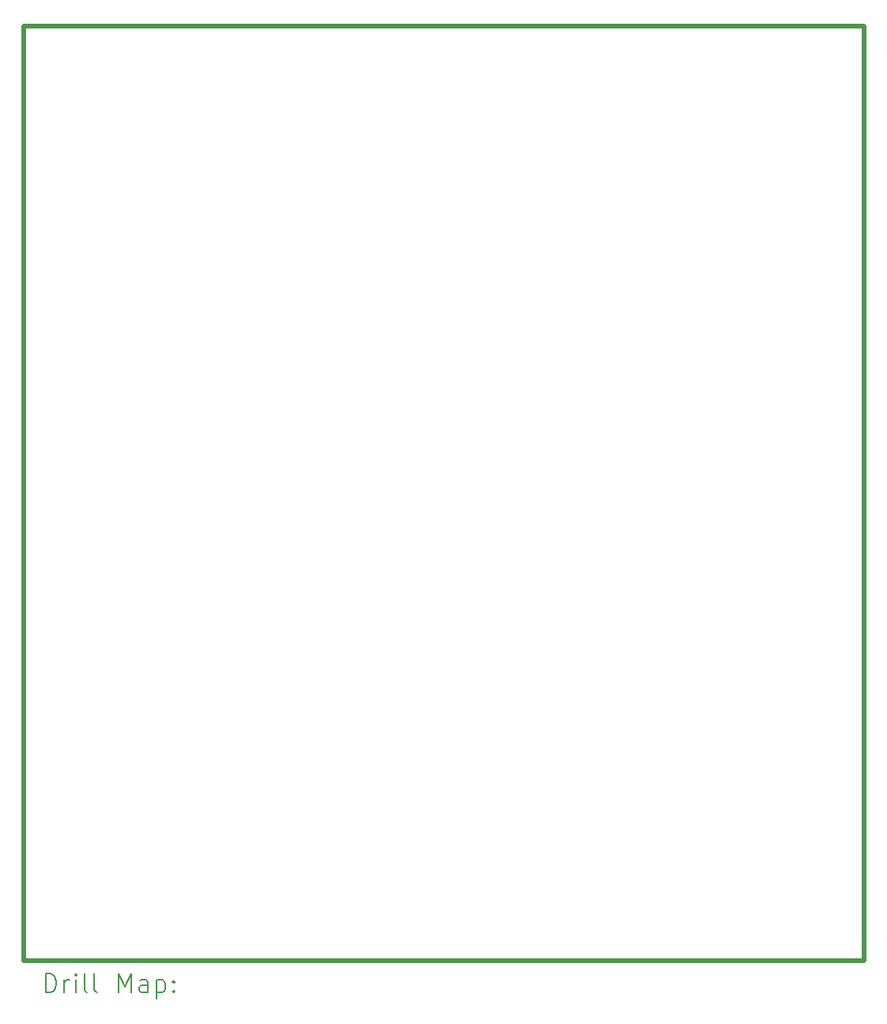
<source format=gbr>
%TF.GenerationSoftware,KiCad,Pcbnew,7.0.5-7.0.5~ubuntu20.04.1*%
%TF.CreationDate,2023-08-01T16:37:57-03:00*%
%TF.ProjectId,condicionamento_BIA_v02,636f6e64-6963-4696-9f6e-616d656e746f,v01*%
%TF.SameCoordinates,Original*%
%TF.FileFunction,Drillmap*%
%TF.FilePolarity,Positive*%
%FSLAX45Y45*%
G04 Gerber Fmt 4.5, Leading zero omitted, Abs format (unit mm)*
G04 Created by KiCad (PCBNEW 7.0.5-7.0.5~ubuntu20.04.1) date 2023-08-01 16:37:57*
%MOMM*%
%LPD*%
G01*
G04 APERTURE LIST*
%ADD10C,0.500000*%
%ADD11C,0.200000*%
G04 APERTURE END LIST*
D10*
X19160000Y-5080000D02*
X10160000Y-5080000D01*
X19160000Y-15080000D02*
X19160000Y-5080000D01*
X19159982Y-15079980D02*
X10160000Y-15079980D01*
X10160000Y-5080000D02*
X10160000Y-15079980D01*
D11*
X10395777Y-15416484D02*
X10395777Y-15216484D01*
X10395777Y-15216484D02*
X10443396Y-15216484D01*
X10443396Y-15216484D02*
X10471967Y-15226008D01*
X10471967Y-15226008D02*
X10491015Y-15245055D01*
X10491015Y-15245055D02*
X10500539Y-15264103D01*
X10500539Y-15264103D02*
X10510063Y-15302198D01*
X10510063Y-15302198D02*
X10510063Y-15330769D01*
X10510063Y-15330769D02*
X10500539Y-15368865D01*
X10500539Y-15368865D02*
X10491015Y-15387912D01*
X10491015Y-15387912D02*
X10471967Y-15406960D01*
X10471967Y-15406960D02*
X10443396Y-15416484D01*
X10443396Y-15416484D02*
X10395777Y-15416484D01*
X10595777Y-15416484D02*
X10595777Y-15283150D01*
X10595777Y-15321246D02*
X10605301Y-15302198D01*
X10605301Y-15302198D02*
X10614824Y-15292674D01*
X10614824Y-15292674D02*
X10633872Y-15283150D01*
X10633872Y-15283150D02*
X10652920Y-15283150D01*
X10719586Y-15416484D02*
X10719586Y-15283150D01*
X10719586Y-15216484D02*
X10710063Y-15226008D01*
X10710063Y-15226008D02*
X10719586Y-15235531D01*
X10719586Y-15235531D02*
X10729110Y-15226008D01*
X10729110Y-15226008D02*
X10719586Y-15216484D01*
X10719586Y-15216484D02*
X10719586Y-15235531D01*
X10843396Y-15416484D02*
X10824348Y-15406960D01*
X10824348Y-15406960D02*
X10814824Y-15387912D01*
X10814824Y-15387912D02*
X10814824Y-15216484D01*
X10948158Y-15416484D02*
X10929110Y-15406960D01*
X10929110Y-15406960D02*
X10919586Y-15387912D01*
X10919586Y-15387912D02*
X10919586Y-15216484D01*
X11176729Y-15416484D02*
X11176729Y-15216484D01*
X11176729Y-15216484D02*
X11243396Y-15359341D01*
X11243396Y-15359341D02*
X11310062Y-15216484D01*
X11310062Y-15216484D02*
X11310062Y-15416484D01*
X11491015Y-15416484D02*
X11491015Y-15311722D01*
X11491015Y-15311722D02*
X11481491Y-15292674D01*
X11481491Y-15292674D02*
X11462443Y-15283150D01*
X11462443Y-15283150D02*
X11424348Y-15283150D01*
X11424348Y-15283150D02*
X11405301Y-15292674D01*
X11491015Y-15406960D02*
X11471967Y-15416484D01*
X11471967Y-15416484D02*
X11424348Y-15416484D01*
X11424348Y-15416484D02*
X11405301Y-15406960D01*
X11405301Y-15406960D02*
X11395777Y-15387912D01*
X11395777Y-15387912D02*
X11395777Y-15368865D01*
X11395777Y-15368865D02*
X11405301Y-15349817D01*
X11405301Y-15349817D02*
X11424348Y-15340293D01*
X11424348Y-15340293D02*
X11471967Y-15340293D01*
X11471967Y-15340293D02*
X11491015Y-15330769D01*
X11586253Y-15283150D02*
X11586253Y-15483150D01*
X11586253Y-15292674D02*
X11605301Y-15283150D01*
X11605301Y-15283150D02*
X11643396Y-15283150D01*
X11643396Y-15283150D02*
X11662443Y-15292674D01*
X11662443Y-15292674D02*
X11671967Y-15302198D01*
X11671967Y-15302198D02*
X11681491Y-15321246D01*
X11681491Y-15321246D02*
X11681491Y-15378388D01*
X11681491Y-15378388D02*
X11671967Y-15397436D01*
X11671967Y-15397436D02*
X11662443Y-15406960D01*
X11662443Y-15406960D02*
X11643396Y-15416484D01*
X11643396Y-15416484D02*
X11605301Y-15416484D01*
X11605301Y-15416484D02*
X11586253Y-15406960D01*
X11767205Y-15397436D02*
X11776729Y-15406960D01*
X11776729Y-15406960D02*
X11767205Y-15416484D01*
X11767205Y-15416484D02*
X11757682Y-15406960D01*
X11757682Y-15406960D02*
X11767205Y-15397436D01*
X11767205Y-15397436D02*
X11767205Y-15416484D01*
X11767205Y-15292674D02*
X11776729Y-15302198D01*
X11776729Y-15302198D02*
X11767205Y-15311722D01*
X11767205Y-15311722D02*
X11757682Y-15302198D01*
X11757682Y-15302198D02*
X11767205Y-15292674D01*
X11767205Y-15292674D02*
X11767205Y-15311722D01*
M02*

</source>
